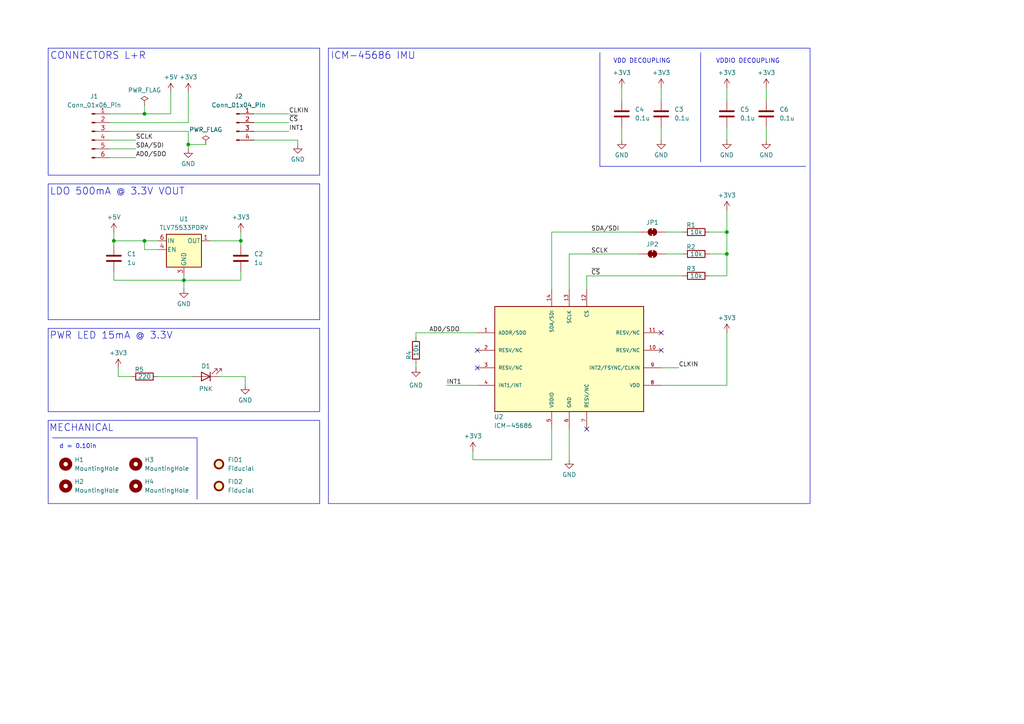
<source format=kicad_sch>
(kicad_sch (version 20250114) (generator "eeschema") (generator_version "9.0")
  (paper "A4")
  (title_block (title "Shimu ICM-45686 DUAL INTERFACE") (date "2025-10-21") (rev "A"))
  (lib_symbols
    (symbol "Connector:Conn_01x04_Pin" (pin_names (offset 1.016) (hide yes))
      (property "Reference" "J" (at 0 5.08 0))
      (property "Value" "Conn_01x04_Pin" (at 0 -7.62 0))
      (symbol "Conn_01x04_Pin_1_1"
        (rectangle (start 0.8636 2.667) (end 0 2.413) (stroke (width 0.1524)) (fill (type outline)))
        (rectangle (start 0.8636 0.127) (end 0 -0.127) (stroke (width 0.1524)) (fill (type outline)))
        (rectangle (start 0.8636 -2.413) (end 0 -2.667) (stroke (width 0.1524)) (fill (type outline)))
        (rectangle (start 0.8636 -4.953) (end 0 -5.207) (stroke (width 0.1524)) (fill (type outline)))
        (polyline (pts (xy 1.27 2.54) (xy 0.8636 2.54)) (stroke (width 0.1524)))
        (polyline (pts (xy 1.27 0) (xy 0.8636 0)) (stroke (width 0.1524)))
        (polyline (pts (xy 1.27 -2.54) (xy 0.8636 -2.54)) (stroke (width 0.1524)))
        (polyline (pts (xy 1.27 -5.08) (xy 0.8636 -5.08)) (stroke (width 0.1524)))
        (pin passive line (at 5.08 2.54 180) (length 3.81) (name "Pin_1") (number "1"))
        (pin passive line (at 5.08 0 180) (length 3.81) (name "Pin_2") (number "2"))
        (pin passive line (at 5.08 -2.54 180) (length 3.81) (name "Pin_3") (number "3"))
        (pin passive line (at 5.08 -5.08 180) (length 3.81) (name "Pin_4") (number "4"))
      )
    )
    (symbol "Connector:Conn_01x06_Pin" (pin_names (offset 1.016) (hide yes))
      (property "Reference" "J" (at 0 7.62 0))
      (property "Value" "Conn_01x06_Pin" (at 0 -10.16 0))
      (symbol "Conn_01x06_Pin_1_1"
        (rectangle (start 0.8636 5.207) (end 0 4.953) (stroke (width 0.1524)) (fill (type outline)))
        (rectangle (start 0.8636 2.667) (end 0 2.413) (stroke (width 0.1524)) (fill (type outline)))
        (rectangle (start 0.8636 0.127) (end 0 -0.127) (stroke (width 0.1524)) (fill (type outline)))
        (rectangle (start 0.8636 -2.413) (end 0 -2.667) (stroke (width 0.1524)) (fill (type outline)))
        (rectangle (start 0.8636 -4.953) (end 0 -5.207) (stroke (width 0.1524)) (fill (type outline)))
        (rectangle (start 0.8636 -7.493) (end 0 -7.747) (stroke (width 0.1524)) (fill (type outline)))
        (polyline (pts (xy 1.27 5.08) (xy 0.8636 5.08)) (stroke (width 0.1524)))
        (polyline (pts (xy 1.27 2.54) (xy 0.8636 2.54)) (stroke (width 0.1524)))
        (polyline (pts (xy 1.27 0) (xy 0.8636 0)) (stroke (width 0.1524)))
        (polyline (pts (xy 1.27 -2.54) (xy 0.8636 -2.54)) (stroke (width 0.1524)))
        (polyline (pts (xy 1.27 -5.08) (xy 0.8636 -5.08)) (stroke (width 0.1524)))
        (polyline (pts (xy 1.27 -7.62) (xy 0.8636 -7.62)) (stroke (width 0.1524)))
        (pin passive line (at 5.08 5.08 180) (length 3.81) (name "Pin_1") (number "1"))
        (pin passive line (at 5.08 2.54 180) (length 3.81) (name "Pin_2") (number "2"))
        (pin passive line (at 5.08 0 180) (length 3.81) (name "Pin_3") (number "3"))
        (pin passive line (at 5.08 -2.54 180) (length 3.81) (name "Pin_4") (number "4"))
        (pin passive line (at 5.08 -5.08 180) (length 3.81) (name "Pin_5") (number "5"))
        (pin passive line (at 5.08 -7.62 180) (length 3.81) (name "Pin_6") (number "6"))
      )
    )
    (symbol "Device:C" (pin_numbers (hide yes)) (pin_names (offset 0.254))
      (property "Reference" "C" (at 0.635 2.54 0))
      (property "Value" "C" (at 0.635 -2.54 0))
      (symbol "C_0_1"
        (polyline (pts (xy -2.032 0.762) (xy 2.032 0.762)) (stroke (width 0.508)))
        (polyline (pts (xy -2.032 -0.762) (xy 2.032 -0.762)) (stroke (width 0.508)))
      )
      (symbol "C_1_1"
        (pin passive line (at 0 3.81 270) (length 2.794) (name "~") (number "1"))
        (pin passive line (at 0 -3.81 90) (length 2.794) (name "~") (number "2"))
      )
    )
    (symbol "Device:LED" (pin_numbers (hide yes)) (pin_names (offset 1.016) (hide yes))
      (property "Reference" "D" (at 0 2.54 0))
      (property "Value" "LED" (at 0 -2.54 0))
      (symbol "LED_0_1"
        (polyline (pts (xy -3.048 -0.762) (xy -4.572 -2.286) (xy -3.81 -2.286) (xy -4.572 -2.286) (xy -4.572 -1.524)))
        (polyline (pts (xy -1.778 -0.762) (xy -3.302 -2.286) (xy -2.54 -2.286) (xy -3.302 -2.286) (xy -3.302 -1.524)))
        (polyline (pts (xy -1.27 0) (xy 1.27 0)))
        (polyline (pts (xy -1.27 -1.27) (xy -1.27 1.27)) (stroke (width 0.254)))
        (polyline (pts (xy 1.27 -1.27) (xy 1.27 1.27) (xy -1.27 0) (xy 1.27 -1.27)) (stroke (width 0.254)))
      )
      (symbol "LED_1_1"
        (pin passive line (at -3.81 0 0) (length 2.54) (name "K") (number "1"))
        (pin passive line (at 3.81 0 180) (length 2.54) (name "A") (number "2"))
      )
    )
    (symbol "Device:R" (pin_numbers (hide yes)) (pin_names (offset 0))
      (property "Reference" "R" (at 2.032 0 90))
      (property "Value" "R" (at 0 0 90))
      (symbol "R_0_1"
        (rectangle (start -1.016 -2.54) (end 1.016 2.54) (stroke (width 0.254)))
      )
      (symbol "R_1_1"
        (pin passive line (at 0 3.81 270) (length 1.27) (name "~") (number "1"))
        (pin passive line (at 0 -3.81 90) (length 1.27) (name "~") (number "2"))
      )
    )
    (symbol "ICM-45686:ICM-45686" (pin_names (offset 1.016))
      (property "Reference" "U" (at -40.64 41.402 0))
      (property "Value" "ICM-45686" (at -40.64 -41.402 0))
      (symbol "ICM-45686_0_0"
        (rectangle (start -21.59 15.24) (end 21.59 -15.24) (stroke (width 0.254)) (fill (type background)))
        (pin output line (at -26.67 -7.62 0) (length 5.08) (name "INT1/INT") (number "4"))
        (pin power_in line (at -5.08 -20.32 90) (length 5.08) (name "VDDIO") (number "5"))
        (pin power_in line (at 0 -20.32 90) (length 5.08) (name "GND") (number "6"))
        (pin bidirectional line (at 26.67 -2.54 180) (length 5.08) (name "INT2/FSYNC/CLKIN") (number "9"))
        (pin power_in line (at 26.67 -7.62 180) (length 5.08) (name "VDD") (number "8"))
      )
      (symbol "ICM-45686_1_0"
        (pin bidirectional line (at -26.67 7.62 0) (length 5.08) (name "ADDR/SDO") (number "1"))
        (pin bidirectional line (at -26.67 2.54 0) (length 5.08) (name "RESV/NC") (number "2"))
        (pin bidirectional line (at -26.67 -2.54 0) (length 5.08) (name "RESV/NC") (number "3"))
        (pin bidirectional line (at -5.08 20.32 270) (length 5.08) (name "SDA/SDI") (number "14"))
        (pin input line (at 0 20.32 270) (length 5.08) (name "SCLK") (number "13"))
        (pin input line (at 5.08 20.32 270) (length 5.08) (name "CS") (number "12"))
        (pin passive line (at 5.08 -20.32 90) (length 5.08) (name "RESV/NC") (number "7"))
        (pin output line (at 26.67 7.62 180) (length 5.08) (name "RESV/NC") (number "11"))
        (pin input line (at 26.67 2.54 180) (length 5.08) (name "RESV/NC") (number "10"))
      )
    )
    (symbol "Jumper:SolderJumper_2_Bridged" (pin_numbers (hide yes)) (pin_names (offset 0) (hide yes)) (in_bom no)
      (property "Reference" "JP" (at 0 2.032 0))
      (property "Value" "SolderJumper_2_Bridged" (at 0 -2.54 0))
      (symbol "SolderJumper_2_Bridged_0_1"
        (rectangle (start -0.508 0.508) (end 0.508 -0.508) (fill (type outline)))
        (polyline (pts (xy -0.254 1.016) (xy -0.254 -1.016)))
        (arc (start -0.254 -1.016) (mid -1.2656 0) (end -0.254 1.016))
        (arc (start -0.254 -1.016) (mid -1.2656 0) (end -0.254 1.016) (fill (type outline)))
        (arc (start 0.254 1.016) (mid 1.2656 0) (end 0.254 -1.016))
        (arc (start 0.254 1.016) (mid 1.2656 0) (end 0.254 -1.016) (fill (type outline)))
        (polyline (pts (xy 0.254 1.016) (xy 0.254 -1.016)))
      )
      (symbol "SolderJumper_2_Bridged_1_1"
        (pin passive line (at -3.81 0 0) (length 2.54) (name "A") (number "1"))
        (pin passive line (at 3.81 0 180) (length 2.54) (name "B") (number "2"))
      )
    )
    (symbol "Mechanical:Fiducial" (in_bom no)
      (property "Reference" "FID" (at 0 5.08 0))
      (property "Value" "Fiducial" (at 0 3.175 0))
      (symbol "Fiducial_0_1"
        (circle (center 0 0) (radius 1.27) (stroke (width 0.508)) (fill (type background)))
      )
    )
    (symbol "Mechanical:MountingHole" (pin_names (offset 1.016)) (in_bom no)
      (property "Reference" "H" (at 0 5.08 0))
      (property "Value" "MountingHole" (at 0 3.175 0))
      (symbol "MountingHole_0_1"
        (circle (center 0 0) (radius 1.27) (stroke (width 1.27)))
      )
    )
    (symbol "Regulator_Linear:TLV75533PDRV" (pin_names (offset 0.254))
      (property "Reference" "U" (at -3.81 5.715 0))
      (property "Value" "TLV75533PDRV" (at 0 5.715 0))
      (symbol "TLV75533PDRV_0_1"
        (rectangle (start -5.08 4.445) (end 5.08 -5.08) (stroke (width 0.254)) (fill (type background)))
      )
      (symbol "TLV75533PDRV_1_1"
        (pin power_in line (at -7.62 2.54 0) (length 2.54) (name "IN") (number "6"))
        (pin input line (at -7.62 0 0) (length 2.54) (name "EN") (number "4"))
        (pin power_in line (at 0 -7.62 90) (length 2.54) (name "GND") (number "3"))
        (pin passive line (at 0 -7.62 90) (length 2.54) (hide yes) (name "GND") (number "7"))
        (pin no_connect line (at 5.08 0 180) (length 2.54) (hide yes) (name "NC") (number "2"))
        (pin no_connect line (at 5.08 -2.54 180) (length 2.54) (hide yes) (name "NC") (number "5"))
        (pin power_out line (at 7.62 2.54 180) (length 2.54) (name "OUT") (number "1"))
      )
    )
    (symbol "power:+3V3" (power) (pin_numbers (hide yes)) (pin_names (offset 0) (hide yes))
      (property "Value" "+3V3" (at 0 3.556 0))
      (symbol "+3V3_0_1"
        (polyline (pts (xy -0.762 1.27) (xy 0 2.54)))
        (polyline (pts (xy 0 2.54) (xy 0.762 1.27)))
        (polyline (pts (xy 0 0) (xy 0 2.54)))
      )
      (symbol "+3V3_1_1"
        (pin power_in line (at 0 0 90) (length 0) (name "~") (number "1"))
      )
    )
    (symbol "power:+5V" (power) (pin_numbers (hide yes)) (pin_names (offset 0) (hide yes))
      (property "Value" "+5V" (at 0 3.556 0))
      (symbol "+5V_0_1"
        (polyline (pts (xy -0.762 1.27) (xy 0 2.54)))
        (polyline (pts (xy 0 2.54) (xy 0.762 1.27)))
        (polyline (pts (xy 0 0) (xy 0 2.54)))
      )
      (symbol "+5V_1_1"
        (pin power_in line (at 0 0 90) (length 0) (name "~") (number "1"))
      )
    )
    (symbol "power:GND" (power) (pin_numbers (hide yes)) (pin_names (offset 0) (hide yes))
      (property "Value" "GND" (at 0 -3.81 0))
      (symbol "GND_0_1"
        (polyline (pts (xy 0 0) (xy 0 -1.27) (xy 1.27 -1.27) (xy 0 -2.54) (xy -1.27 -1.27) (xy 0 -1.27)))
      )
      (symbol "GND_1_1"
        (pin power_in line (at 0 0 270) (length 0) (name "~") (number "1"))
      )
    )
    (symbol "power:PWR_FLAG" (power) (pin_numbers (hide yes)) (pin_names (offset 0) (hide yes))
      (property "Value" "PWR_FLAG" (at 0 3.81 0))
      (symbol "PWR_FLAG_0_0"
        (pin power_out line (at 0 0 90) (length 0) (name "~") (number "1"))
      )
      (symbol "PWR_FLAG_0_1"
        (polyline (pts (xy 0 0) (xy 0 1.27) (xy -1.016 1.905) (xy 0 2.54) (xy 1.016 1.905) (xy 0 1.27)))
      )
    )
  )
  (rectangle (start 95.25 13.97) (end 234.95 146.05))
  (rectangle (start 13.97 13.97) (end 92.71 50.8))
  (rectangle (start 13.97 95.25) (end 92.71 119.38))
  (rectangle (start 13.97 53.34) (end 92.71 92.71))
  (rectangle (start 13.97 121.92) (end 92.71 146.05))
  (text "LDO 500mA @ 3.3V VOUT" (at 34.036 55.626 0) (effects (font (size 2.032 2.032))))
  (text "d = 0.10in" (at 22.606 129.54 0) (effects (font (size 1.27 1.27))))
  (text "CONNECTORS L+R\n" (at 28.448 16.256 0) (effects (font (size 2.032 2.032))))
  (text "MECHANICAL\n" (at 23.622 124.206 0) (effects (font (size 2.032 2.032))))
  (text "VDD DECOUPLING" (at 186.182 17.78 0) (effects (font (size 1.27 1.27))))
  (text "VDDIO DECOUPLING" (at 216.916 17.78 0) (effects (font (size 1.27 1.27))))
  (text "PWR LED 15mA @ 3.3V\n\n" (at 32.258 99.06 0) (effects (font (size 2.032 2.032))))
  (text "ICM-45686 IMU" (at 108.204 16.256 0) (effects (font (size 2.032 2.032))))
  (junction (at 41.91 33.02))
  (junction (at 69.85 69.85))
  (junction (at 53.34 81.28))
  (junction (at 54.61 41.91))
  (junction (at 210.82 73.66))
  (junction (at 41.91 69.85))
  (junction (at 210.82 67.31))
  (junction (at 33.02 69.85))
  (no_connect (at 191.77 101.6))
  (no_connect (at 191.77 96.52))
  (no_connect (at 138.43 101.6))
  (no_connect (at 170.18 124.46))
  (no_connect (at 138.43 106.68))
  (wire (pts (xy 34.29 106.68) (xy 34.29 109.22)))
  (wire (pts (xy 205.74 73.66) (xy 210.82 73.66)))
  (wire (pts (xy 69.85 67.31) (xy 69.85 69.85)))
  (polyline (pts (xy 173.99 48.26) (xy 233.68 48.26)))
  (wire (pts (xy 160.02 67.31) (xy 185.42 67.31)))
  (wire (pts (xy 191.77 36.83) (xy 191.77 40.64)))
  (wire (pts (xy 33.02 78.74) (xy 33.02 81.28)))
  (wire (pts (xy 73.66 38.1) (xy 83.82 38.1)))
  (polyline (pts (xy 15.24 127) (xy 57.15 127)))
  (wire (pts (xy 129.54 111.76) (xy 138.43 111.76)))
  (wire (pts (xy 180.34 36.83) (xy 180.34 40.64)))
  (wire (pts (xy 33.02 69.85) (xy 41.91 69.85)))
  (wire (pts (xy 53.34 81.28) (xy 53.34 83.82)))
  (wire (pts (xy 54.61 35.56) (xy 54.61 26.67)))
  (wire (pts (xy 54.61 38.1) (xy 54.61 41.91)))
  (wire (pts (xy 120.65 96.52) (xy 138.43 96.52)))
  (wire (pts (xy 222.25 25.4) (xy 222.25 29.21)))
  (wire (pts (xy 210.82 25.4) (xy 210.82 29.21)))
  (wire (pts (xy 120.65 97.79) (xy 120.65 96.52)))
  (wire (pts (xy 31.75 38.1) (xy 54.61 38.1)))
  (wire (pts (xy 210.82 96.52) (xy 210.82 111.76)))
  (wire (pts (xy 73.66 35.56) (xy 83.82 35.56)))
  (wire (pts (xy 69.85 71.12) (xy 69.85 69.85)))
  (wire (pts (xy 73.66 40.64) (xy 86.36 40.64)))
  (wire (pts (xy 205.74 67.31) (xy 210.82 67.31)))
  (wire (pts (xy 193.04 67.31) (xy 198.12 67.31)))
  (wire (pts (xy 193.04 73.66) (xy 198.12 73.66)))
  (wire (pts (xy 31.75 40.64) (xy 39.37 40.64)))
  (wire (pts (xy 165.1 73.66) (xy 165.1 83.82)))
  (wire (pts (xy 73.66 33.02) (xy 83.82 33.02)))
  (wire (pts (xy 31.75 45.72) (xy 39.37 45.72)))
  (wire (pts (xy 210.82 60.96) (xy 210.82 67.31)))
  (wire (pts (xy 165.1 124.46) (xy 165.1 133.35)))
  (wire (pts (xy 31.75 33.02) (xy 41.91 33.02)))
  (wire (pts (xy 191.77 111.76) (xy 210.82 111.76)))
  (wire (pts (xy 38.1 109.22) (xy 34.29 109.22)))
  (wire (pts (xy 170.18 80.01) (xy 198.12 80.01)))
  (wire (pts (xy 41.91 30.48) (xy 41.91 33.02)))
  (wire (pts (xy 49.53 26.67) (xy 49.53 33.02)))
  (wire (pts (xy 71.12 109.22) (xy 71.12 111.76)))
  (wire (pts (xy 53.34 80.01) (xy 53.34 81.28)))
  (wire (pts (xy 137.16 133.35) (xy 160.02 133.35)))
  (wire (pts (xy 137.16 130.81) (xy 137.16 133.35)))
  (wire (pts (xy 45.72 109.22) (xy 55.88 109.22)))
  (wire (pts (xy 41.91 69.85) (xy 45.72 69.85)))
  (wire (pts (xy 160.02 83.82) (xy 160.02 67.31)))
  (wire (pts (xy 86.36 40.64) (xy 86.36 41.91)))
  (wire (pts (xy 54.61 41.91) (xy 54.61 43.18)))
  (polyline (pts (xy 203.2 15.24) (xy 203.2 46.99)))
  (wire (pts (xy 60.96 69.85) (xy 69.85 69.85)))
  (wire (pts (xy 222.25 36.83) (xy 222.25 40.64)))
  (wire (pts (xy 205.74 80.01) (xy 210.82 80.01)))
  (wire (pts (xy 180.34 25.4) (xy 180.34 29.21)))
  (wire (pts (xy 191.77 106.68) (xy 196.85 106.68)))
  (wire (pts (xy 63.5 109.22) (xy 71.12 109.22)))
  (wire (pts (xy 69.85 81.28) (xy 69.85 78.74)))
  (polyline (pts (xy 173.99 15.24) (xy 173.99 48.26)))
  (wire (pts (xy 45.72 72.39) (xy 41.91 72.39)))
  (wire (pts (xy 54.61 41.91) (xy 59.69 41.91)))
  (wire (pts (xy 41.91 69.85) (xy 41.91 72.39)))
  (wire (pts (xy 160.02 124.46) (xy 160.02 133.35)))
  (wire (pts (xy 210.82 36.83) (xy 210.82 40.64)))
  (wire (pts (xy 41.91 33.02) (xy 49.53 33.02)))
  (wire (pts (xy 191.77 25.4) (xy 191.77 29.21)))
  (wire (pts (xy 120.65 105.41) (xy 120.65 106.68)))
  (wire (pts (xy 170.18 80.01) (xy 170.18 83.82)))
  (wire (pts (xy 31.75 35.56) (xy 54.61 35.56)))
  (wire (pts (xy 210.82 67.31) (xy 210.82 73.66)))
  (wire (pts (xy 33.02 69.85) (xy 33.02 71.12)))
  (wire (pts (xy 33.02 67.31) (xy 33.02 69.85)))
  (wire (pts (xy 165.1 73.66) (xy 185.42 73.66)))
  (wire (pts (xy 210.82 80.01) (xy 210.82 73.66)))
  (wire (pts (xy 31.75 43.18) (xy 39.37 43.18)))
  (polyline (pts (xy 57.15 127) (xy 57.15 144.78)))
  (wire (pts (xy 33.02 81.28) (xy 53.34 81.28)))
  (wire (pts (xy 53.34 81.28) (xy 69.85 81.28)))
  (label "~{CS}" (at 83.82 35.56 0))
  (label "~{CS}" (at 171.45 80.01 0))
  (label "AD0{slash}SDO" (at 39.37 45.72 0))
  (label "INT1" (at 129.54 111.76 0))
  (label "SCLK" (at 171.45 73.66 0))
  (label "SDA{slash}SDI" (at 39.37 43.18 0))
  (label "SDA{slash}SDI" (at 171.45 67.31 0))
  (label "CLKIN" (at 83.82 33.02 0))
  (label "AD0{slash}SDO" (at 124.46 96.52 0))
  (label "INT1" (at 83.82 38.1 0))
  (label "CLKIN" (at 196.85 106.68 0))
  (label "SCLK" (at 39.37 40.64 0))
  (symbol (lib_id "power:+3V3") (at 210.82 25.4 0) (unit 1)
    (property "Reference" "#PWR017" (effects (hide yes)))
    (property "Value" "+3V3" (at 210.82 21.082 0))
    (property "Description" "Power symbol creates a global label with name \"+3V3\"" (effects (hide yes)))
  )
  (symbol (lib_id "Device:C") (at 210.82 33.02 0) (unit 1)
    (property "Reference" "C5" (at 214.63 31.7499 0) (effects (justify left)))
    (property "Value" "0.1u" (at 214.63 34.2899 0) (effects (justify left)))
    (property "Footprint" "Capacitor_SMD:C_0402_1005Metric_Pad0.74x0.62mm_HandSolder" (effects (hide yes)))
    (property "Description" "Unpolarized capacitor" (effects (hide yes)))
  )
  (symbol (lib_id "power:+3V3") (at 34.29 106.68 0) (unit 1)
    (property "Reference" "#PWR021" (effects (hide yes)))
    (property "Value" "+3V3" (at 34.29 102.362 0))
    (property "Description" "Power symbol creates a global label with name \"+3V3\"" (effects (hide yes)))
  )
  (symbol (lib_id "power:+3V3") (at 137.16 130.81 0) (unit 1)
    (property "Reference" "#PWR011" (effects (hide yes)))
    (property "Value" "+3V3" (at 137.16 126.492 0))
    (property "Description" "Power symbol creates a global label with name \"+3V3\"" (effects (hide yes)))
  )
  (symbol (lib_id "Mechanical:MountingHole") (at 19.05 140.97 0) (unit 1) (in_bom no)
    (property "Reference" "H2" (at 21.59 139.6999 0) (effects (justify left)))
    (property "Value" "MountingHole" (at 21.59 142.2399 0) (effects (justify left)))
    (property "Footprint" "MountingHole:MountingHole_2.7mm_M2.5" (effects (hide yes)))
    (property "Description" "Mounting Hole without connection" (effects (hide yes)))
  )
  (symbol (lib_id "power:GND") (at 210.82 40.64 0) (unit 1)
    (property "Reference" "#PWR018" (effects (hide yes)))
    (property "Value" "GND" (at 210.82 44.958 0))
    (property "Description" "Power symbol creates a global label with name \"GND\" , ground" (effects (hide yes)))
  )
  (symbol (lib_id "power:+3V3") (at 210.82 60.96 0) (unit 1)
    (property "Reference" "#PWR08" (effects (hide yes)))
    (property "Value" "+3V3" (at 210.82 56.642 0))
    (property "Description" "Power symbol creates a global label with name \"+3V3\"" (effects (hide yes)))
  )
  (symbol (lib_id "power:+3V3") (at 191.77 25.4 0) (unit 1)
    (property "Reference" "#PWR015" (effects (hide yes)))
    (property "Value" "+3V3" (at 191.77 21.082 0))
    (property "Description" "Power symbol creates a global label with name \"+3V3\"" (effects (hide yes)))
  )
  (symbol (lib_id "power:+3V3") (at 180.34 25.4 0) (unit 1)
    (property "Reference" "#PWR013" (effects (hide yes)))
    (property "Value" "+3V3" (at 180.34 21.082 0))
    (property "Description" "Power symbol creates a global label with name \"+3V3\"" (effects (hide yes)))
  )
  (symbol (lib_id "power:+3V3") (at 222.25 25.4 0) (unit 1)
    (property "Reference" "#PWR019" (effects (hide yes)))
    (property "Value" "+3V3" (at 222.25 21.082 0))
    (property "Description" "Power symbol creates a global label with name \"+3V3\"" (effects (hide yes)))
  )
  (symbol (lib_id "power:+3V3") (at 210.82 96.52 0) (unit 1)
    (property "Reference" "#PWR010" (effects (hide yes)))
    (property "Value" "+3V3" (at 210.82 92.202 0))
    (property "Description" "Power symbol creates a global label with name \"+3V3\"" (effects (hide yes)))
  )
  (symbol (lib_id "Mechanical:MountingHole") (at 39.37 134.62 0) (unit 1) (in_bom no)
    (property "Reference" "H3" (at 41.91 133.3499 0) (effects (justify left)))
    (property "Value" "MountingHole" (at 41.91 135.8899 0) (effects (justify left)))
    (property "Footprint" "MountingHole:MountingHole_2.7mm_M2.5" (effects (hide yes)))
    (property "Description" "Mounting Hole without connection" (effects (hide yes)))
  )
  (symbol (lib_id "power:GND") (at 165.1 133.35 0) (unit 1)
    (property "Reference" "#PWR012" (effects (hide yes)))
    (property "Value" "GND" (at 165.1 137.668 0))
    (property "Description" "Power symbol creates a global label with name \"GND\" , ground" (effects (hide yes)))
  )
  (symbol (lib_id "Mechanical:MountingHole") (at 19.05 134.62 0) (unit 1) (in_bom no)
    (property "Reference" "H1" (at 21.59 133.3499 0) (effects (justify left)))
    (property "Value" "MountingHole" (at 21.59 135.8899 0) (effects (justify left)))
    (property "Footprint" "MountingHole:MountingHole_2.7mm_M2.5" (effects (hide yes)))
    (property "Description" "Mounting Hole without connection" (effects (hide yes)))
  )
  (symbol (lib_id "power:+3V3") (at 69.85 67.31 0) (unit 1)
    (property "Reference" "#PWR05" (effects (hide yes)))
    (property "Value" "+3V3" (at 69.85 62.992 0))
    (property "Description" "Power symbol creates a global label with name \"+3V3\"" (effects (hide yes)))
  )
  (symbol (lib_id "Mechanical:Fiducial") (at 63.5 140.97 0) (unit 1) (in_bom no)
    (property "Reference" "FID2" (at 66.04 139.6999 0) (effects (justify left)))
    (property "Value" "Fiducial" (at 66.04 142.2399 0) (effects (justify left)))
    (property "Footprint" "Fiducial:Fiducial_0.75mm_Mask1.5mm" (effects (hide yes)))
    (property "Description" "Fiducial Marker" (effects (hide yes)))
  )
  (symbol (lib_id "Device:C") (at 180.34 33.02 0) (unit 1)
    (property "Reference" "C4" (at 184.15 31.7499 0) (effects (justify left)))
    (property "Value" "0.1u" (at 184.15 34.2899 0) (effects (justify left)))
    (property "Footprint" "Capacitor_SMD:C_0402_1005Metric_Pad0.74x0.62mm_HandSolder" (effects (hide yes)))
    (property "Description" "Unpolarized capacitor" (effects (hide yes)))
  )
  (symbol (lib_id "ICM-45686:ICM-45686") (at 165.1 104.14 0) (unit 1)
    (property "Reference" "U2" (at 143.256 120.904 0) (effects (justify left)))
    (property "Value" "ICM-45686" (at 143.256 123.444 0) (effects (justify left)))
    (property "Footprint" "ICM_45686:IC_ICM-45686" (effects (hide yes)))
    (property "PARTREV" "0.2" (effects (hide yes)))
    (property "STANDARD" "Manufacturer Recommendations" (effects (hide yes)))
    (property "MAXIMUM_PACKAGE_HEIGHT" "0.86mm" (effects (hide yes)))
    (property "MANUFACTURER" "TDK InvenSense" (effects (hide yes)))
  )
  (symbol (lib_id "Device:R") (at 201.93 67.31 270) (unit 1)
    (property "Reference" "R1" (at 200.406 65.278 90))
    (property "Value" "10k" (at 201.93 67.31 90))
    (property "Footprint" "Resistor_SMD:R_0402_1005Metric_Pad0.72x0.64mm_HandSolder" (effects (hide yes)))
    (property "Description" "Resistor" (effects (hide yes)))
  )
  (symbol (lib_id "Device:C") (at 33.02 74.93 0) (unit 1)
    (property "Reference" "C1" (at 36.83 73.6599 0) (effects (justify left)))
    (property "Value" "1u" (at 36.83 76.1999 0) (effects (justify left)))
    (property "Footprint" "Capacitor_SMD:C_0402_1005Metric_Pad0.74x0.62mm_HandSolder" (effects (hide yes)))
    (property "Description" "Unpolarized capacitor" (effects (hide yes)))
  )
  (symbol (lib_id "power:GND") (at 180.34 40.64 0) (unit 1)
    (property "Reference" "#PWR014" (effects (hide yes)))
    (property "Value" "GND" (at 180.34 44.958 0))
    (property "Description" "Power symbol creates a global label with name \"GND\" , ground" (effects (hide yes)))
  )
  (symbol (lib_id "Mechanical:Fiducial") (at 63.5 134.62 0) (unit 1) (in_bom no)
    (property "Reference" "FID1" (at 66.04 133.3499 0) (effects (justify left)))
    (property "Value" "Fiducial" (at 66.04 135.8899 0) (effects (justify left)))
    (property "Footprint" "Fiducial:Fiducial_0.75mm_Mask1.5mm" (effects (hide yes)))
    (property "Description" "Fiducial Marker" (effects (hide yes)))
  )
  (symbol (lib_id "power:GND") (at 54.61 43.18 0) (unit 1)
    (property "Reference" "#PWR03" (effects (hide yes)))
    (property "Value" "GND" (at 54.61 47.498 0))
    (property "Description" "Power symbol creates a global label with name \"GND\" , ground" (effects (hide yes)))
  )
  (symbol (lib_id "Jumper:SolderJumper_2_Bridged") (at 189.23 73.66 0) (unit 1) (in_bom no)
    (property "Reference" "JP2" (at 189.23 70.866 0))
    (property "Value" "SolderJumper_2_Bridged" (effects (hide yes)))
    (property "Footprint" "Jumper:SolderJumper-2_P1.3mm_Bridged_RoundedPad1.0x1.5mm" (effects (hide yes)))
    (property "Description" "Solder Jumper, 2-pole, closed/bridged" (effects (hide yes)))
  )
  (symbol (lib_id "Regulator_Linear:TLV75533PDRV") (at 53.34 72.39 0) (unit 1)
    (property "Reference" "U1" (at 53.34 63.5 0))
    (property "Value" "TLV75533PDRV" (at 53.34 66.04 0))
    (property "Footprint" "Package_SON:WSON-6-1EP_2x2mm_P0.65mm_EP1x1.6mm" (effects (hide yes)))
    (property "Datasheet" "http://www.ti.com/lit/ds/symlink/tlv755p.pdf" (effects (hide yes)))
    (property "Description" "500mA Low Dropout Voltage Regulator, Fixed Output 3.3V, WSON6" (effects (hide yes)))
  )
  (symbol (lib_id "power:PWR_FLAG") (at 41.91 30.48 0) (unit 1)
    (property "Reference" "#FLG01" (effects (hide yes)))
    (property "Value" "PWR_FLAG" (at 41.91 26.162 0))
    (property "Description" "Special symbol for telling ERC where power comes from" (effects (hide yes)))
  )
  (symbol (lib_id "Device:R") (at 120.65 101.6 0) (unit 1)
    (property "Reference" "R4" (at 118.618 104.394 90) (effects (justify left)))
    (property "Value" "10k" (at 120.65 103.378 90) (effects (justify left)))
    (property "Footprint" "Resistor_SMD:R_0402_1005Metric_Pad0.72x0.64mm_HandSolder" (effects (hide yes)))
    (property "Description" "Resistor" (effects (hide yes)))
  )
  (symbol (lib_id "Device:R") (at 41.91 109.22 90) (unit 1)
    (property "Reference" "R5" (at 40.386 107.188 90))
    (property "Value" "220" (at 41.91 109.22 90))
    (property "Footprint" "Resistor_SMD:R_0402_1005Metric_Pad0.72x0.64mm_HandSolder" (effects (hide yes)))
    (property "Description" "Resistor" (effects (hide yes)))
  )
  (symbol (lib_id "power:GND") (at 191.77 40.64 0) (unit 1)
    (property "Reference" "#PWR016" (effects (hide yes)))
    (property "Value" "GND" (at 191.77 44.958 0))
    (property "Description" "Power symbol creates a global label with name \"GND\" , ground" (effects (hide yes)))
  )
  (symbol (lib_id "Device:R") (at 201.93 73.66 90) (unit 1)
    (property "Reference" "R2" (at 200.406 71.628 90))
    (property "Value" "10k" (at 201.93 73.66 90))
    (property "Footprint" "Resistor_SMD:R_0402_1005Metric_Pad0.72x0.64mm_HandSolder" (effects (hide yes)))
    (property "Description" "Resistor" (effects (hide yes)))
  )
  (symbol (lib_id "Device:R") (at 201.93 80.01 90) (unit 1)
    (property "Reference" "R3" (at 200.406 77.978 90))
    (property "Value" "10k" (at 201.93 80.01 90))
    (property "Footprint" "Resistor_SMD:R_0402_1005Metric_Pad0.72x0.64mm_HandSolder" (effects (hide yes)))
    (property "Description" "Resistor" (effects (hide yes)))
  )
  (symbol (lib_id "power:+3V3") (at 54.61 26.67 0) (unit 1)
    (property "Reference" "#PWR02" (effects (hide yes)))
    (property "Value" "+3V3" (at 54.61 22.352 0))
    (property "Description" "Power symbol creates a global label with name \"+3V3\"" (effects (hide yes)))
  )
  (symbol (lib_id "Device:C") (at 191.77 33.02 0) (unit 1)
    (property "Reference" "C3" (at 195.58 31.7499 0) (effects (justify left)))
    (property "Value" "0.1u" (at 195.58 34.2899 0) (effects (justify left)))
    (property "Footprint" "Capacitor_SMD:C_0402_1005Metric_Pad0.74x0.62mm_HandSolder" (effects (hide yes)))
    (property "Description" "Unpolarized capacitor" (effects (hide yes)))
  )
  (symbol (lib_id "Connector:Conn_01x04_Pin") (at 68.58 35.56 0) (unit 1)
    (property "Reference" "J2" (at 69.215 27.94 0))
    (property "Value" "Conn_01x04_Pin" (at 69.215 30.48 0))
    (property "Footprint" "Connector_PinHeader_2.54mm:PinHeader_1x04_P2.54mm_Vertical" (effects (hide yes)))
    (property "Description" "Generic connector, single row, 01x04, script generated" (effects (hide yes)))
  )
  (symbol (lib_id "Connector:Conn_01x06_Pin") (at 26.67 38.1 0) (unit 1)
    (property "Reference" "J1" (at 27.305 27.94 0))
    (property "Value" "Conn_01x06_Pin" (at 27.305 30.48 0))
    (property "Footprint" "Connector_PinHeader_2.54mm:PinHeader_1x06_P2.54mm_Vertical" (effects (hide yes)))
    (property "Description" "Generic connector, single row, 01x06, script generated" (effects (hide yes)))
  )
  (symbol (lib_id "Device:C") (at 222.25 33.02 0) (unit 1)
    (property "Reference" "C6" (at 226.06 31.7499 0) (effects (justify left)))
    (property "Value" "0.1u" (at 226.06 34.2899 0) (effects (justify left)))
    (property "Footprint" "Capacitor_SMD:C_0402_1005Metric_Pad0.74x0.62mm_HandSolder" (effects (hide yes)))
    (property "Description" "Unpolarized capacitor" (effects (hide yes)))
  )
  (symbol (lib_id "power:GND") (at 86.36 41.91 0) (unit 1)
    (property "Reference" "#PWR04" (effects (hide yes)))
    (property "Value" "GND" (at 86.36 46.228 0))
    (property "Description" "Power symbol creates a global label with name \"GND\" , ground" (effects (hide yes)))
  )
  (symbol (lib_id "power:+5V") (at 49.53 26.67 0) (unit 1)
    (property "Reference" "#PWR01" (effects (hide yes)))
    (property "Value" "+5V" (at 49.53 22.352 0))
    (property "Description" "Power symbol creates a global label with name \"+5V\"" (effects (hide yes)))
  )
  (symbol (lib_id "power:+5V") (at 33.02 67.31 0) (unit 1)
    (property "Reference" "#PWR07" (effects (hide yes)))
    (property "Value" "+5V" (at 33.02 62.992 0))
    (property "Description" "Power symbol creates a global label with name \"+5V\"" (effects (hide yes)))
  )
  (symbol (lib_id "power:GND") (at 120.65 106.68 0) (unit 1)
    (property "Reference" "#PWR09" (effects (hide yes)))
    (property "Value" "GND" (at 120.65 111.76 0))
    (property "Description" "Power symbol creates a global label with name \"GND\" , ground" (effects (hide yes)))
  )
  (symbol (lib_id "Mechanical:MountingHole") (at 39.37 140.97 0) (unit 1) (in_bom no)
    (property "Reference" "H4" (at 41.91 139.6999 0) (effects (justify left)))
    (property "Value" "MountingHole" (at 41.91 142.2399 0) (effects (justify left)))
    (property "Footprint" "MountingHole:MountingHole_2.7mm_M2.5" (effects (hide yes)))
    (property "Description" "Mounting Hole without connection" (effects (hide yes)))
  )
  (symbol (lib_id "Jumper:SolderJumper_2_Bridged") (at 189.23 67.31 0) (unit 1) (in_bom no)
    (property "Reference" "JP1" (at 189.23 64.516 0))
    (property "Value" "SolderJumper_2_Bridged" (effects (hide yes)))
    (property "Footprint" "Jumper:SolderJumper-2_P1.3mm_Bridged_RoundedPad1.0x1.5mm" (effects (hide yes)))
    (property "Description" "Solder Jumper, 2-pole, closed/bridged" (effects (hide yes)))
  )
  (symbol (lib_id "power:GND") (at 71.12 111.76 0) (unit 1)
    (property "Reference" "#PWR022" (effects (hide yes)))
    (property "Value" "GND" (at 71.12 116.078 0))
    (property "Description" "Power symbol creates a global label with name \"GND\" , ground" (effects (hide yes)))
  )
  (symbol (lib_id "power:PWR_FLAG") (at 59.69 41.91 0) (unit 1)
    (property "Reference" "#FLG02" (effects (hide yes)))
    (property "Value" "PWR_FLAG" (at 59.69 37.592 0))
    (property "Description" "Special symbol for telling ERC where power comes from" (effects (hide yes)))
  )
  (symbol (lib_id "power:GND") (at 222.25 40.64 0) (unit 1)
    (property "Reference" "#PWR020" (effects (hide yes)))
    (property "Value" "GND" (at 222.25 44.958 0))
    (property "Description" "Power symbol creates a global label with name \"GND\" , ground" (effects (hide yes)))
  )
  (symbol (lib_id "Device:LED") (at 59.69 109.22 180) (unit 1)
    (property "Reference" "D1" (at 59.69 106.172 0))
    (property "Value" "PNK" (at 59.69 112.776 0))
    (property "Footprint" "LED_SMD:LED_0603_1608Metric_Pad1.05x0.95mm_HandSolder" (effects (hide yes)))
    (property "Description" "Light emitting diode" (effects (hide yes)))
    (property "Sim.Pins" "1=K 2=A" (effects (hide yes)))
  )
  (symbol (lib_id "Device:C") (at 69.85 74.93 0) (unit 1)
    (property "Reference" "C2" (at 73.66 73.6599 0) (effects (justify left)))
    (property "Value" "1u" (at 73.66 76.1999 0) (effects (justify left)))
    (property "Footprint" "Capacitor_SMD:C_0402_1005Metric_Pad0.74x0.62mm_HandSolder" (effects (hide yes)))
    (property "Description" "Unpolarized capacitor" (effects (hide yes)))
  )
  (symbol (lib_id "power:GND") (at 53.34 83.82 0) (unit 1)
    (property "Reference" "#PWR06" (effects (hide yes)))
    (property "Value" "GND" (at 53.34 88.138 0))
    (property "Description" "Power symbol creates a global label with name \"GND\" , ground" (effects (hide yes)))
  )
)
</source>
